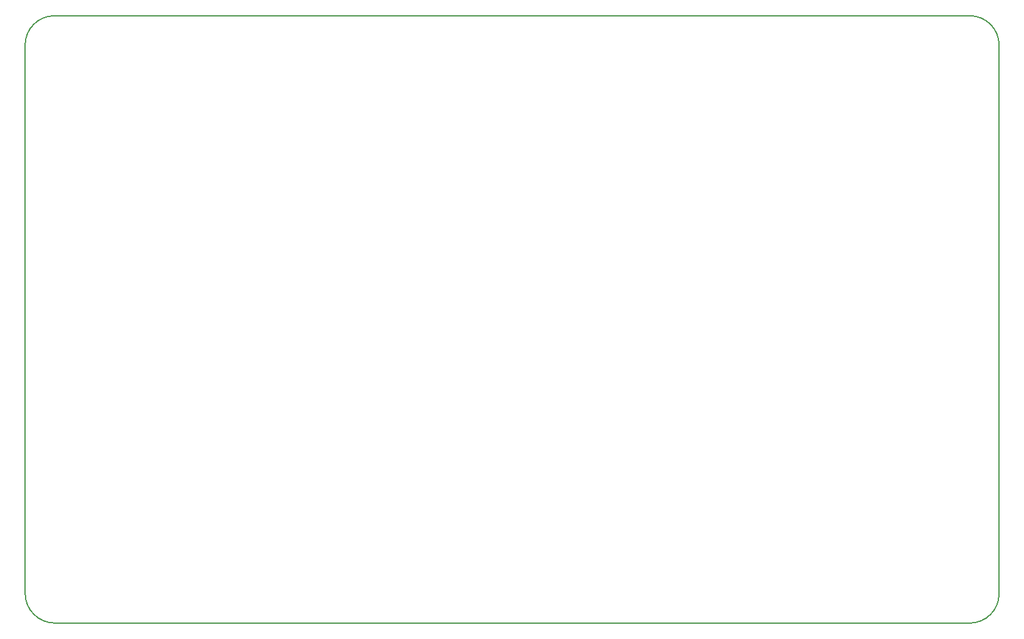
<source format=gbr>
%TF.GenerationSoftware,KiCad,Pcbnew,7.0.7*%
%TF.CreationDate,2024-03-26T15:37:16-05:00*%
%TF.ProjectId,CoreBoard,436f7265-426f-4617-9264-2e6b69636164,rev?*%
%TF.SameCoordinates,Original*%
%TF.FileFunction,Profile,NP*%
%FSLAX46Y46*%
G04 Gerber Fmt 4.6, Leading zero omitted, Abs format (unit mm)*
G04 Created by KiCad (PCBNEW 7.0.7) date 2024-03-26 15:37:16*
%MOMM*%
%LPD*%
G01*
G04 APERTURE LIST*
%TA.AperFunction,Profile*%
%ADD10C,0.200000*%
%TD*%
G04 APERTURE END LIST*
D10*
X68834000Y-42418000D02*
X195834000Y-42418000D01*
X68913682Y-126746000D02*
X195834000Y-126746000D01*
X64770000Y-46482000D02*
X64770000Y-122602318D01*
X64770000Y-122602318D02*
G75*
G03*
X68913682Y-126746000I4143700J18D01*
G01*
X68834000Y-42418000D02*
G75*
G03*
X64770000Y-46482000I0J-4064000D01*
G01*
X195834000Y-126746000D02*
G75*
G03*
X199898000Y-122682000I0J4064000D01*
G01*
X199898000Y-46482000D02*
X199898000Y-122682000D01*
X199898000Y-46482000D02*
G75*
G03*
X195834000Y-42418000I-4064000J0D01*
G01*
M02*

</source>
